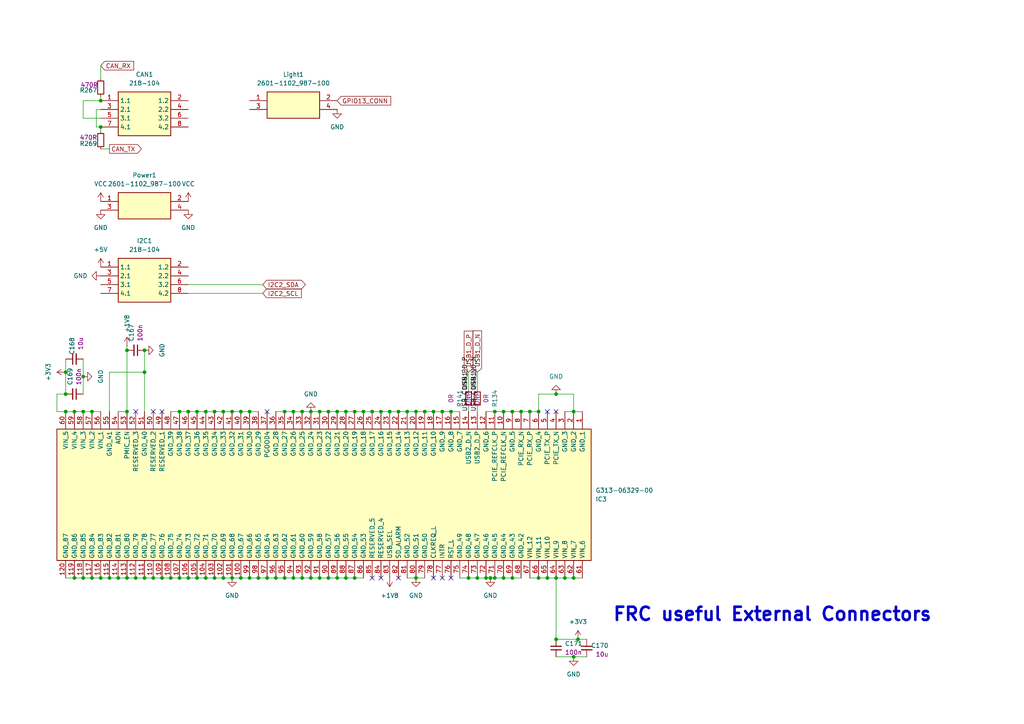
<source format=kicad_sch>
(kicad_sch (version 20231120) (generator "eeschema") (generator_version "8.0")
  (paper "A4")
  (lib_symbols
    (symbol "SamacSys_Parts:218-104"
      (property "Reference" "J" (at 21.59 7.62 0))
      (property "Value" "218-104" (at 21.59 5.08 0))
      (symbol "218-104_1_1"
        (rectangle (start 5.08 2.54) (end 20.32 -10.16) (stroke (width 0.254)) (fill (type background)))
        (pin passive line (at 0 0 0) (length 5.08) (name "1.1") (number "1"))
        (pin passive line (at 25.4 0 180) (length 5.08) (name "1.2") (number "2"))
        (pin passive line (at 0 -2.54 0) (length 5.08) (name "2.1") (number "3"))
        (pin passive line (at 25.4 -2.54 180) (length 5.08) (name "2.2") (number "4"))
        (pin passive line (at 0 -5.08 0) (length 5.08) (name "3.1") (number "5"))
        (pin passive line (at 25.4 -5.08 180) (length 5.08) (name "3.2") (number "6"))
        (pin passive line (at 0 -7.62 0) (length 5.08) (name "4.1") (number "7"))
        (pin passive line (at 25.4 -7.62 180) (length 5.08) (name "4.2") (number "8"))
      )
    )
    (symbol "SamacSys_Parts:2601-1102_987-100" (pin_names hide)
      (property "Reference" "J" (at 21.59 7.62 0))
      (property "Value" "2601-1102_987-100" (at 21.59 5.08 0))
      (symbol "2601-1102_987-100_1_1"
        (rectangle (start 5.08 2.54) (end 20.32 -5.08) (stroke (width 0.254)) (fill (type background)))
        (pin passive line (at 0 0 0) (length 5.08) (name "1.1") (number "1"))
        (pin passive line (at 25.4 0 180) (length 5.08) (name "1.2") (number "2"))
        (pin passive line (at 0 -2.54 0) (length 5.08) (name "2.1") (number "3"))
        (pin passive line (at 25.4 -2.54 180) (length 5.08) (name "2.2") (number "4"))
      )
    )
    (symbol "SamacSys_Parts:G313-06329-00"
      (property "Reference" "IC" (at 44.45 7.62 0))
      (property "Value" "G313-06329-00" (at 44.45 5.08 0))
      (symbol "G313-06329-00_1_1"
        (rectangle (start 5.08 2.54) (end 43.18 -152.4) (stroke (width 0.254)) (fill (type background)))
        (pin passive line (at 0 0 0) (length 5.08) (name "GND_1") (number "1"))
        (pin passive line (at 0 -22.86 0) (length 5.08) (name "PCIE_REFCLK_N") (number "10"))
        (pin passive line (at 48.26 -99.06 180) (length 5.08) (name "GND_67") (number "100"))
        (pin passive line (at 48.26 -101.6 180) (length 5.08) (name "GND_68") (number "101"))
        (pin passive line (at 48.26 -104.14 180) (length 5.08) (name "GND_69") (number "102"))
        (pin passive line (at 48.26 -106.68 180) (length 5.08) (name "GND_70") (number "103"))
        (pin passive line (at 48.26 -109.22 180) (length 5.08) (name "GND_71") (number "104"))
        (pin passive line (at 48.26 -111.76 180) (length 5.08) (name "GND_72") (number "105"))
        (pin passive line (at 48.26 -114.3 180) (length 5.08) (name "GND_73") (number "106"))
        (pin passive line (at 48.26 -116.84 180) (length 5.08) (name "GND_74") (number "107"))
        (pin passive line (at 48.26 -119.38 180) (length 5.08) (name "GND_75") (number "108"))
        (pin passive line (at 48.26 -121.92 180) (length 5.08) (name "GND_76") (number "109"))
        (pin passive line (at 0 -25.4 0) (length 5.08) (name "PCIE_REFCLK_P") (number "11"))
        (pin passive line (at 48.26 -124.46 180) (length 5.08) (name "GND_77") (number "110"))
        (pin passive line (at 48.26 -127 180) (length 5.08) (name "GND_78") (number "111"))
        (pin passive line (at 48.26 -129.54 180) (length 5.08) (name "GND_79") (number "112"))
        (pin passive line (at 48.26 -132.08 180) (length 5.08) (name "GND_80") (number "113"))
        (pin passive line (at 48.26 -134.62 180) (length 5.08) (name "GND_81") (number "114"))
        (pin passive line (at 48.26 -137.16 180) (length 5.08) (name "GND_82") (number "115"))
        (pin passive line (at 48.26 -139.7 180) (length 5.08) (name "GND_83") (number "116"))
        (pin passive line (at 48.26 -142.24 180) (length 5.08) (name "GND_84") (number "117"))
        (pin passive line (at 48.26 -144.78 180) (length 5.08) (name "GND_85") (number "118"))
        (pin passive line (at 48.26 -147.32 180) (length 5.08) (name "GND_86") (number "119"))
        (pin passive line (at 0 -27.94 0) (length 5.08) (name "GND_6") (number "12"))
        (pin passive line (at 48.26 -149.86 180) (length 5.08) (name "GND_87") (number "120"))
        (pin passive line (at 0 -30.48 0) (length 5.08) (name "USB2_D_P") (number "13"))
        (pin passive line (at 0 -33.02 0) (length 5.08) (name "USB2_D_N") (number "14"))
        (pin passive line (at 0 -35.56 0) (length 5.08) (name "GND_7") (number "15"))
        (pin passive line (at 0 -38.1 0) (length 5.08) (name "GND_8") (number "16"))
        (pin passive line (at 0 -40.64 0) (length 5.08) (name "GND_9") (number "17"))
        (pin passive line (at 0 -43.18 0) (length 5.08) (name "GND_10") (number "18"))
        (pin passive line (at 0 -45.72 0) (length 5.08) (name "GND_11") (number "19"))
        (pin passive line (at 0 -2.54 0) (length 5.08) (name "GND_2") (number "2"))
        (pin passive line (at 0 -48.26 0) (length 5.08) (name "GND_12") (number "20"))
        (pin passive line (at 0 -50.8 0) (length 5.08) (name "GND_13") (number "21"))
        (pin passive line (at 0 -53.34 0) (length 5.08) (name "GND_14") (number "22"))
        (pin passive line (at 0 -55.88 0) (length 5.08) (name "GND_15") (number "23"))
        (pin passive line (at 0 -58.42 0) (length 5.08) (name "GND_16") (number "24"))
        (pin passive line (at 0 -60.96 0) (length 5.08) (name "GND_17") (number "25"))
        (pin passive line (at 0 -63.5 0) (length 5.08) (name "GND_18") (number "26"))
        (pin passive line (at 0 -66.04 0) (length 5.08) (name "GND_19") (number "27"))
        (pin passive line (at 0 -68.58 0) (length 5.08) (name "GND_20") (number "28"))
        (pin passive line (at 0 -71.12 0) (length 5.08) (name "GND_21") (number "29"))
        (pin passive line (at 0 -5.08 0) (length 5.08) (name "GND_3") (number "3"))
        (pin passive line (at 0 -73.66 0) (length 5.08) (name "GND_22") (number "30"))
        (pin passive line (at 0 -76.2 0) (length 5.08) (name "GND_23") (number "31"))
        (pin passive line (at 0 -78.74 0) (length 5.08) (name "GND_24") (number "32"))
        (pin passive line (at 0 -81.28 0) (length 5.08) (name "GND_25") (number "33"))
        (pin passive line (at 0 -83.82 0) (length 5.08) (name "GND_26") (number "34"))
        (pin passive line (at 0 -86.36 0) (length 5.08) (name "GND_27") (number "35"))
        (pin passive line (at 0 -88.9 0) (length 5.08) (name "GND_28") (number "36"))
        (pin passive line (at 0 -91.44 0) (length 5.08) (name "PGOOD4") (number "37"))
        (pin passive line (at 0 -93.98 0) (length 5.08) (name "GND_29") (number "38"))
        (pin passive line (at 0 -96.52 0) (length 5.08) (name "GND_30") (number "39"))
        (pin passive line (at 0 -7.62 0) (length 5.08) (name "PCIE_TX_N") (number "4"))
        (pin passive line (at 0 -99.06 0) (length 5.08) (name "GND_31") (number "40"))
        (pin passive line (at 0 -101.6 0) (length 5.08) (name "GND_32") (number "41"))
        (pin passive line (at 0 -104.14 0) (length 5.08) (name "GND_33") (number "42"))
        (pin passive line (at 0 -106.68 0) (length 5.08) (name "GND_34") (number "43"))
        (pin passive line (at 0 -109.22 0) (length 5.08) (name "GND_35") (number "44"))
        (pin passive line (at 0 -111.76 0) (length 5.08) (name "GND_36") (number "45"))
        (pin passive line (at 0 -114.3 0) (length 5.08) (name "GND_37") (number "46"))
        (pin passive line (at 0 -116.84 0) (length 5.08) (name "GND_38") (number "47"))
        (pin passive line (at 0 -119.38 0) (length 5.08) (name "GND_39") (number "48"))
        (pin passive line (at 0 -121.92 0) (length 5.08) (name "RESERVED_1") (number "49"))
        (pin passive line (at 0 -10.16 0) (length 5.08) (name "PCIE_TX_P") (number "5"))
        (pin passive line (at 0 -124.46 0) (length 5.08) (name "RESERVED_2") (number "50"))
        (pin passive line (at 0 -127 0) (length 5.08) (name "GND_40") (number "51"))
        (pin passive line (at 0 -129.54 0) (length 5.08) (name "RESERVED_3") (number "52"))
        (pin passive line (at 0 -132.08 0) (length 5.08) (name "PMIC_EN") (number "53"))
        (pin passive line (at 0 -134.62 0) (length 5.08) (name "AON") (number "54"))
        (pin passive line (at 0 -137.16 0) (length 5.08) (name "GND_41") (number "55"))
        (pin passive line (at 0 -139.7 0) (length 5.08) (name "VIN_1") (number "56"))
        (pin passive line (at 0 -142.24 0) (length 5.08) (name "VIN_2") (number "57"))
        (pin passive line (at 0 -144.78 0) (length 5.08) (name "VIN_3") (number "58"))
        (pin passive line (at 0 -147.32 0) (length 5.08) (name "VIN_4") (number "59"))
        (pin passive line (at 0 -12.7 0) (length 5.08) (name "GND_4") (number "6"))
        (pin passive line (at 0 -149.86 0) (length 5.08) (name "VIN_5") (number "60"))
        (pin passive line (at 48.26 0 180) (length 5.08) (name "VIN_6") (number "61"))
        (pin passive line (at 48.26 -2.54 180) (length 5.08) (name "VIN_7") (number "62"))
        (pin passive line (at 48.26 -5.08 180) (length 5.08) (name "VIN_8") (number "63"))
        (pin passive line (at 48.26 -7.62 180) (length 5.08) (name "VIN_9") (number "64"))
        (pin passive line (at 48.26 -10.16 180) (length 5.08) (name "VIN_10") (number "65"))
        (pin passive line (at 48.26 -12.7 180) (length 5.08) (name "VIN_11") (number "66"))
        (pin passive line (at 48.26 -15.24 180) (length 5.08) (name "VIN_12") (number "67"))
        (pin passive line (at 48.26 -17.78 180) (length 5.08) (name "GND_42") (number "68"))
        (pin passive line (at 48.26 -20.32 180) (length 5.08) (name "GND_43") (number "69"))
        (pin passive line (at 0 -15.24 0) (length 5.08) (name "PCIE_RX_P") (number "7"))
        (pin passive line (at 48.26 -22.86 180) (length 5.08) (name "GND_44") (number "70"))
        (pin passive line (at 48.26 -25.4 180) (length 5.08) (name "GND_45") (number "71"))
        (pin passive line (at 48.26 -27.94 180) (length 5.08) (name "GND_46") (number "72"))
        (pin passive line (at 48.26 -30.48 180) (length 5.08) (name "GND_47") (number "73"))
        (pin passive line (at 48.26 -33.02 180) (length 5.08) (name "GND_48") (number "74"))
        (pin passive line (at 48.26 -35.56 180) (length 5.08) (name "GND_49") (number "75"))
        (pin passive line (at 48.26 -38.1 180) (length 5.08) (name "RST_L") (number "76"))
        (pin passive line (at 48.26 -40.64 180) (length 5.08) (name "INTR") (number "77"))
        (pin passive line (at 48.26 -43.18 180) (length 5.08) (name "CLKREQ_L") (number "78"))
        (pin passive line (at 48.26 -45.72 180) (length 5.08) (name "GND_50") (number "79"))
        (pin passive line (at 0 -17.78 0) (length 5.08) (name "PCIE_RX_N") (number "8"))
        (pin passive line (at 48.26 -48.26 180) (length 5.08) (name "GND_51") (number "80"))
        (pin passive line (at 48.26 -50.8 180) (length 5.08) (name "GND_52") (number "81"))
        (pin passive line (at 48.26 -53.34 180) (length 5.08) (name "SD_ALARM") (number "82"))
        (pin passive line (at 48.26 -55.88 180) (length 5.08) (name "USB_SEL") (number "83"))
        (pin passive line (at 48.26 -58.42 180) (length 5.08) (name "RESERVED_4") (number "84"))
        (pin passive line (at 48.26 -60.96 180) (length 5.08) (name "RESERVED_5") (number "85"))
        (pin passive line (at 48.26 -63.5 180) (length 5.08) (name "GND_53") (number "86"))
        (pin passive line (at 48.26 -66.04 180) (length 5.08) (name "GND_54") (number "87"))
        (pin passive line (at 48.26 -68.58 180) (length 5.08) (name "GND_55") (number "88"))
        (pin passive line (at 48.26 -71.12 180) (length 5.08) (name "GND_56") (number "89"))
        (pin passive line (at 0 -20.32 0) (length 5.08) (name "GND_5") (number "9"))
        (pin passive line (at 48.26 -73.66 180) (length 5.08) (name "GND_57") (number "90"))
        (pin passive line (at 48.26 -76.2 180) (length 5.08) (name "GND_58") (number "91"))
        (pin passive line (at 48.26 -78.74 180) (length 5.08) (name "GND_59") (number "92"))
        (pin passive line (at 48.26 -81.28 180) (length 5.08) (name "GND_60") (number "93"))
        (pin passive line (at 48.26 -83.82 180) (length 5.08) (name "GND_61") (number "94"))
        (pin passive line (at 48.26 -86.36 180) (length 5.08) (name "GND_62") (number "95"))
        (pin passive line (at 48.26 -88.9 180) (length 5.08) (name "GND_63") (number "96"))
        (pin passive line (at 48.26 -91.44 180) (length 5.08) (name "GND_64") (number "97"))
        (pin passive line (at 48.26 -93.98 180) (length 5.08) (name "GND_65") (number "98"))
        (pin passive line (at 48.26 -96.52 180) (length 5.08) (name "GND_66") (number "99"))
      )
    )
    (symbol "jetson-orin-baseboard:+3V3" (power) (pin_numbers hide) (pin_names hide)
      (property "Value" "+3V3" (at -3.175 2.54 0))
      (symbol "+3V3_0_1"
        (polyline (pts (xy 0 0) (xy 0 2.54)))
        (polyline (pts (xy 0 2.54) (xy -0.762 1.27)))
        (polyline (pts (xy 0 2.54) (xy 0.762 1.27)))
      )
      (symbol "+3V3_1_1"
        (pin power_in line (at 0 0 90) (length 0) hide (name "+3V3") (number "1"))
      )
    )
    (symbol "jetson-orin-baseboard:C_100n_0402" (pin_numbers hide) (pin_names hide)
      (property "Reference" "C" (at 20.32 -5.08 0))
      (property "Val" "100n" (at 20.32 -7.62 0))
      (symbol "C_100n_0402_0_1"
        (polyline (pts (xy 2.032 -1.524) (xy 2.032 1.524)) (stroke (width 0.3048)))
        (polyline (pts (xy 3.048 -1.524) (xy 3.048 1.524)) (stroke (width 0.3302)))
      )
      (symbol "C_100n_0402_1_1"
        (pin passive line (at 0 0 0) (length 2.032) (name "~") (number "1"))
        (pin passive line (at 5.08 0 180) (length 2.032) (name "~") (number "2"))
      )
    )
    (symbol "jetson-orin-baseboard:C_10u_0603" (pin_numbers hide) (pin_names hide)
      (property "Reference" "C" (at 20.32 -5.08 0))
      (property "Val" "10u" (at 20.32 -7.62 0))
      (symbol "C_10u_0603_0_1"
        (polyline (pts (xy 2.032 -1.524) (xy 2.032 1.524)) (stroke (width 0.3048)))
        (polyline (pts (xy 3.048 -1.524) (xy 3.048 1.524)) (stroke (width 0.3302)))
      )
      (symbol "C_10u_0603_1_1"
        (pin passive line (at 0 0 0) (length 2.032) (name "~") (number "1"))
        (pin passive line (at 5.08 0 180) (length 2.032) (name "~") (number "2"))
      )
    )
    (symbol "jetson-orin-baseboard:GND" (power) (pin_numbers hide) (pin_names hide)
      (property "Value" "GND" (at 8.89 -5.08 0))
      (symbol "GND_1_1"
        (polyline (pts (xy 0 0) (xy 0 -1.27) (xy 1.27 -1.27) (xy 0 -2.54) (xy -1.27 -1.27) (xy 0 -1.27)))
        (pin power_in line (at 0 0 270) (length 0) (name "GND") (number "1"))
      )
    )
    (symbol "jetson-orin-baseboard:R_0R_0402" (pin_numbers hide) (pin_names hide)
      (property "Reference" "R" (at 20.32 -5.08 0))
      (property "Val" "0R" (at 20.32 -7.62 0))
      (property "Current" "1A" (at 20.32 -30.48 0))
      (symbol "R_0R_0402_0_1"
        (rectangle (start 0.635 0.889) (end 4.445 -0.889) (stroke (width 0.254)))
      )
      (symbol "R_0R_0402_1_1"
        (pin passive line (at 0 0 0) (length 0.635) (name "~") (number "1"))
        (pin passive line (at 5.08 0 180) (length 0.635) (name "~") (number "2"))
      )
    )
    (symbol "jetson-orin-baseboard:R_470R_0402" (pin_numbers hide) (pin_names hide)
      (property "Reference" "R" (at 20.32 -5.08 0))
      (property "Val" "470R" (at 20.32 -7.62 0))
      (symbol "R_470R_0402_0_1"
        (rectangle (start 0.635 0.889) (end 4.445 -0.889) (stroke (width 0.254)))
      )
      (symbol "R_470R_0402_1_1"
        (pin passive line (at 0 0 0) (length 0.635) (name "~") (number "1"))
        (pin passive line (at 5.08 0 180) (length 0.635) (name "~") (number "2"))
      )
    )
    (symbol "jetson-orin-baseboard:VCC" (power) (pin_names (offset 0))
      (property "Value" "VCC" (at 0 3.81 0))
      (symbol "VCC_0_1"
        (polyline (pts (xy -0.762 1.27) (xy 0 2.54)))
        (polyline (pts (xy 0 0) (xy 0 2.54)))
        (polyline (pts (xy 0 2.54) (xy 0.762 1.27)))
      )
      (symbol "VCC_1_1"
        (pin power_in line (at 0 0 90) (length 0) hide (name "VCC") (number "1"))
      )
    )
    (symbol "power:+1V8" (power) (pin_numbers hide) (pin_names (offset 0) hide)
      (property "Value" "+1V8" (at 0 3.556 0))
      (symbol "+1V8_0_1"
        (polyline (pts (xy -0.762 1.27) (xy 0 2.54)))
        (polyline (pts (xy 0 0) (xy 0 2.54)))
        (polyline (pts (xy 0 2.54) (xy 0.762 1.27)))
      )
      (symbol "+1V8_1_1"
        (pin power_in line (at 0 0 90) (length 0) (name "~") (number "1"))
      )
    )
    (symbol "power:+5V" (power) (pin_numbers hide) (pin_names (offset 0) hide)
      (property "Value" "+5V" (at 0 3.556 0))
      (symbol "+5V_0_1"
        (polyline (pts (xy -0.762 1.27) (xy 0 2.54)))
        (polyline (pts (xy 0 0) (xy 0 2.54)))
        (polyline (pts (xy 0 2.54) (xy 0.762 1.27)))
      )
      (symbol "+5V_1_1"
        (pin power_in line (at 0 0 90) (length 0) (name "~") (number "1"))
      )
    )
    (symbol "power:GND" (power) (pin_numbers hide) (pin_names (offset 0) hide)
      (property "Value" "GND" (at 0 -3.81 0))
      (symbol "GND_0_1"
        (polyline (pts (xy 0 0) (xy 0 -1.27) (xy 1.27 -1.27) (xy 0 -2.54) (xy -1.27 -1.27) (xy 0 -1.27)))
      )
      (symbol "GND_1_1"
        (pin power_in line (at 0 0 270) (length 0) (name "~") (number "1"))
      )
    )
  )
  (junction (at 19.05 114.3))
  (junction (at 26.67 119.38))
  (junction (at 85.09 167.64))
  (junction (at 92.71 119.38))
  (junction (at 64.77 167.64))
  (junction (at 115.57 119.38))
  (junction (at 67.31 119.38))
  (junction (at 120.65 119.38))
  (junction (at 158.75 167.64))
  (junction (at 110.49 119.38))
  (junction (at 167.64 185.42))
  (junction (at 52.07 119.38))
  (junction (at 166.37 190.5))
  (junction (at 118.11 119.38))
  (junction (at 123.19 119.38))
  (junction (at 163.83 167.64))
  (junction (at 64.77 119.38))
  (junction (at 36.83 119.38))
  (junction (at 29.21 29.21))
  (junction (at 146.05 167.64))
  (junction (at 143.51 167.64))
  (junction (at 24.13 167.64))
  (junction (at 62.23 119.38))
  (junction (at 142.24 167.64))
  (junction (at 125.73 119.38))
  (junction (at 97.79 167.64))
  (junction (at 54.61 167.64))
  (junction (at 59.69 167.64))
  (junction (at 102.87 119.38))
  (junction (at 148.59 119.38))
  (junction (at 57.15 119.38))
  (junction (at 36.83 101.6))
  (junction (at 143.51 119.38))
  (junction (at 128.27 119.38))
  (junction (at 156.21 167.64))
  (junction (at 29.21 167.64))
  (junction (at 140.97 167.64))
  (junction (at 87.63 119.38))
  (junction (at 69.85 167.64))
  (junction (at 120.65 167.64))
  (junction (at 54.61 119.38))
  (junction (at 29.21 36.83))
  (junction (at 156.21 119.38))
  (junction (at 41.91 167.64))
  (junction (at 161.29 114.3))
  (junction (at 39.37 167.64))
  (junction (at 62.23 167.64))
  (junction (at 90.17 119.38))
  (junction (at 138.43 167.64))
  (junction (at 166.37 119.38))
  (junction (at 95.25 167.64))
  (junction (at 24.13 109.22))
  (junction (at 36.83 167.64))
  (junction (at 41.91 107.95))
  (junction (at 21.59 119.38))
  (junction (at 82.55 167.64))
  (junction (at 92.71 167.64))
  (junction (at 135.89 167.64))
  (junction (at 95.25 119.38))
  (junction (at 72.39 119.38))
  (junction (at 151.13 119.38))
  (junction (at 21.59 167.64))
  (junction (at 19.05 107.95))
  (junction (at 74.93 167.64))
  (junction (at 69.85 119.38))
  (junction (at 80.01 167.64))
  (junction (at 161.29 185.42))
  (junction (at 153.67 119.38))
  (junction (at 102.87 167.64))
  (junction (at 100.33 119.38))
  (junction (at 49.53 167.64))
  (junction (at 87.63 167.64))
  (junction (at 19.05 119.38))
  (junction (at 166.37 167.64))
  (junction (at 24.13 119.38))
  (junction (at 26.67 167.64))
  (junction (at 52.07 167.64))
  (junction (at 85.09 119.38))
  (junction (at 146.05 119.38))
  (junction (at 34.29 167.64))
  (junction (at 44.45 167.64))
  (junction (at 105.41 119.38))
  (junction (at 90.17 167.64))
  (junction (at 161.29 167.64))
  (junction (at 82.55 119.38))
  (junction (at 72.39 167.64))
  (junction (at 46.99 167.64))
  (junction (at 100.33 167.64))
  (junction (at 97.79 119.38))
  (junction (at 113.03 119.38))
  (junction (at 107.95 119.38))
  (junction (at 41.91 101.6))
  (junction (at 67.31 167.64))
  (junction (at 130.81 119.38))
  (junction (at 57.15 167.64))
  (junction (at 148.59 167.64))
  (junction (at 59.69 119.38))
  (junction (at 77.47 167.64))
  (junction (at 31.75 167.64))
  (no_connect (at 158.75 119.38))
  (no_connect (at 44.45 119.38))
  (no_connect (at 125.73 167.64))
  (no_connect (at 77.47 119.38))
  (no_connect (at 46.99 119.38))
  (no_connect (at 110.49 167.64))
  (no_connect (at 107.95 167.64))
  (no_connect (at 130.81 167.64))
  (no_connect (at 39.37 119.38))
  (no_connect (at 128.27 167.64))
  (no_connect (at 161.29 119.38))
  (no_connect (at 115.57 167.64))
  (wire (pts (xy 135.89 167.64) (xy 138.43 167.64)))
  (wire (pts (xy 166.37 190.5) (xy 170.18 190.5)))
  (wire (pts (xy 95.25 167.64) (xy 97.79 167.64)))
  (wire (pts (xy 27.94 36.83) (xy 29.21 36.83)))
  (wire (pts (xy 135.89 118.11) (xy 135.89 119.38)))
  (wire (pts (xy 69.85 167.64) (xy 72.39 167.64)))
  (wire (pts (xy 161.29 185.42) (xy 167.64 185.42)))
  (wire (pts (xy 64.77 167.64) (xy 67.31 167.64)))
  (wire (pts (xy 29.21 38.1) (xy 29.21 36.83)))
  (wire (pts (xy 77.47 167.64) (xy 80.01 167.64)))
  (wire (pts (xy 24.13 119.38) (xy 26.67 119.38)))
  (wire (pts (xy 54.61 85.09) (xy 76.2 85.09)))
  (wire (pts (xy 34.29 119.38) (xy 36.83 119.38)))
  (wire (pts (xy 166.37 167.64) (xy 168.91 167.64)))
  (wire (pts (xy 24.13 167.64) (xy 26.67 167.64)))
  (wire (pts (xy 156.21 167.64) (xy 158.75 167.64)))
  (wire (pts (xy 146.05 167.64) (xy 148.59 167.64)))
  (wire (pts (xy 67.31 119.38) (xy 69.85 119.38)))
  (wire (pts (xy 80.01 119.38) (xy 82.55 119.38)))
  (wire (pts (xy 72.39 119.38) (xy 74.93 119.38)))
  (wire (pts (xy 151.13 119.38) (xy 153.67 119.38)))
  (wire (pts (xy 19.05 119.38) (xy 21.59 119.38)))
  (wire (pts (xy 138.43 167.64) (xy 140.97 167.64)))
  (wire (pts (xy 24.13 109.22) (xy 24.13 104.14)))
  (wire (pts (xy 118.11 167.64) (xy 120.65 167.64)))
  (wire (pts (xy 87.63 119.38) (xy 90.17 119.38)))
  (wire (pts (xy 130.81 119.38) (xy 133.35 119.38)))
  (wire (pts (xy 36.83 100.33) (xy 36.83 101.6)))
  (wire (pts (xy 41.91 101.6) (xy 41.91 107.95)))
  (wire (pts (xy 39.37 167.64) (xy 41.91 167.64)))
  (wire (pts (xy 143.51 167.64) (xy 146.05 167.64)))
  (wire (pts (xy 166.37 114.3) (xy 166.37 119.38)))
  (wire (pts (xy 167.64 185.42) (xy 170.18 185.42)))
  (wire (pts (xy 100.33 119.38) (xy 102.87 119.38)))
  (wire (pts (xy 120.65 167.64) (xy 123.19 167.64)))
  (wire (pts (xy 161.29 167.64) (xy 161.29 185.42)))
  (wire (pts (xy 85.09 119.38) (xy 87.63 119.38)))
  (wire (pts (xy 59.69 119.38) (xy 62.23 119.38)))
  (wire (pts (xy 133.35 167.64) (xy 135.89 167.64)))
  (wire (pts (xy 26.67 167.64) (xy 29.21 167.64)))
  (wire (pts (xy 49.53 119.38) (xy 52.07 119.38)))
  (wire (pts (xy 87.63 167.64) (xy 90.17 167.64)))
  (wire (pts (xy 26.67 119.38) (xy 29.21 119.38)))
  (wire (pts (xy 80.01 167.64) (xy 82.55 167.64)))
  (wire (pts (xy 153.67 167.64) (xy 156.21 167.64)))
  (wire (pts (xy 166.37 119.38) (xy 168.91 119.38)))
  (wire (pts (xy 113.03 119.38) (xy 115.57 119.38)))
  (wire (pts (xy 105.41 119.38) (xy 107.95 119.38)))
  (wire (pts (xy 161.29 190.5) (xy 166.37 190.5)))
  (wire (pts (xy 62.23 119.38) (xy 64.77 119.38)))
  (wire (pts (xy 153.67 119.38) (xy 156.21 119.38)))
  (wire (pts (xy 36.83 167.64) (xy 39.37 167.64)))
  (wire (pts (xy 59.69 167.64) (xy 62.23 167.64)))
  (wire (pts (xy 90.17 167.64) (xy 92.71 167.64)))
  (wire (pts (xy 19.05 167.64) (xy 21.59 167.64)))
  (wire (pts (xy 115.57 119.38) (xy 118.11 119.38)))
  (wire (pts (xy 163.83 119.38) (xy 166.37 119.38)))
  (wire (pts (xy 140.97 167.64) (xy 142.24 167.64)))
  (wire (pts (xy 52.07 167.64) (xy 54.61 167.64)))
  (wire (pts (xy 24.13 34.29) (xy 29.21 34.29)))
  (wire (pts (xy 57.15 119.38) (xy 59.69 119.38)))
  (wire (pts (xy 69.85 119.38) (xy 72.39 119.38)))
  (wire (pts (xy 31.75 107.95) (xy 31.75 119.38)))
  (wire (pts (xy 138.43 107.95) (xy 138.43 113.03)))
  (wire (pts (xy 90.17 119.38) (xy 92.71 119.38)))
  (wire (pts (xy 82.55 119.38) (xy 85.09 119.38)))
  (wire (pts (xy 148.59 119.38) (xy 151.13 119.38)))
  (wire (pts (xy 41.91 167.64) (xy 44.45 167.64)))
  (wire (pts (xy 143.51 119.38) (xy 146.05 119.38)))
  (wire (pts (xy 125.73 119.38) (xy 128.27 119.38)))
  (wire (pts (xy 29.21 31.75) (xy 27.94 31.75)))
  (wire (pts (xy 24.13 29.21) (xy 24.13 34.29)))
  (wire (pts (xy 92.71 167.64) (xy 95.25 167.64)))
  (wire (pts (xy 95.25 119.38) (xy 97.79 119.38)))
  (wire (pts (xy 123.19 119.38) (xy 125.73 119.38)))
  (wire (pts (xy 34.29 167.64) (xy 36.83 167.64)))
  (wire (pts (xy 156.21 114.3) (xy 156.21 119.38)))
  (wire (pts (xy 97.79 119.38) (xy 100.33 119.38)))
  (wire (pts (xy 161.29 167.64) (xy 163.83 167.64)))
  (wire (pts (xy 16.51 119.38) (xy 19.05 119.38)))
  (wire (pts (xy 19.05 114.3) (xy 19.05 107.95)))
  (wire (pts (xy 46.99 167.64) (xy 49.53 167.64)))
  (wire (pts (xy 31.75 43.18) (xy 29.21 43.18)))
  (wire (pts (xy 29.21 22.86) (xy 29.21 19.05)))
  (wire (pts (xy 41.91 107.95) (xy 41.91 119.38)))
  (wire (pts (xy 16.51 114.3) (xy 16.51 119.38)))
  (wire (pts (xy 52.07 119.38) (xy 54.61 119.38)))
  (wire (pts (xy 54.61 167.64) (xy 57.15 167.64)))
  (wire (pts (xy 64.77 119.38) (xy 67.31 119.38)))
  (wire (pts (xy 120.65 119.38) (xy 123.19 119.38)))
  (wire (pts (xy 102.87 167.64) (xy 105.41 167.64)))
  (wire (pts (xy 31.75 167.64) (xy 34.29 167.64)))
  (wire (pts (xy 97.79 167.64) (xy 100.33 167.64)))
  (wire (pts (xy 21.59 119.38) (xy 24.13 119.38)))
  (wire (pts (xy 107.95 119.38) (xy 110.49 119.38)))
  (wire (pts (xy 142.24 167.64) (xy 143.51 167.64)))
  (wire (pts (xy 148.59 167.64) (xy 151.13 167.64)))
  (wire (pts (xy 54.61 82.55) (xy 76.2 82.55)))
  (wire (pts (xy 158.75 167.64) (xy 161.29 167.64)))
  (wire (pts (xy 67.31 167.64) (xy 69.85 167.64)))
  (wire (pts (xy 49.53 167.64) (xy 52.07 167.64)))
  (wire (pts (xy 161.29 114.3) (xy 166.37 114.3)))
  (wire (pts (xy 29.21 29.21) (xy 24.13 29.21)))
  (wire (pts (xy 163.83 167.64) (xy 166.37 167.64)))
  (wire (pts (xy 135.89 107.95) (xy 135.89 113.03)))
  (wire (pts (xy 41.91 107.95) (xy 31.75 107.95)))
  (wire (pts (xy 36.83 101.6) (xy 36.83 119.38)))
  (wire (pts (xy 118.11 119.38) (xy 120.65 119.38)))
  (wire (pts (xy 156.21 114.3) (xy 161.29 114.3)))
  (wire (pts (xy 57.15 167.64) (xy 59.69 167.64)))
  (wire (pts (xy 19.05 107.95) (xy 19.05 104.14)))
  (wire (pts (xy 29.21 27.94) (xy 29.21 29.21)))
  (wire (pts (xy 74.93 167.64) (xy 77.47 167.64)))
  (wire (pts (xy 128.27 119.38) (xy 130.81 119.38)))
  (wire (pts (xy 29.21 167.64) (xy 31.75 167.64)))
  (wire (pts (xy 140.97 119.38) (xy 143.51 119.38)))
  (wire (pts (xy 146.05 119.38) (xy 148.59 119.38)))
  (wire (pts (xy 102.87 119.38) (xy 105.41 119.38)))
  (wire (pts (xy 21.59 167.64) (xy 24.13 167.64)))
  (wire (pts (xy 110.49 119.38) (xy 113.03 119.38)))
  (wire (pts (xy 62.23 167.64) (xy 64.77 167.64)))
  (wire (pts (xy 85.09 167.64) (xy 87.63 167.64)))
  (wire (pts (xy 24.13 114.3) (xy 24.13 109.22)))
  (wire (pts (xy 27.94 31.75) (xy 27.94 36.83)))
  (wire (pts (xy 92.71 119.38) (xy 95.25 119.38)))
  (wire (pts (xy 82.55 167.64) (xy 85.09 167.64)))
  (wire (pts (xy 44.45 167.64) (xy 46.99 167.64)))
  (wire (pts (xy 138.43 118.11) (xy 138.43 119.38)))
  (wire (pts (xy 16.51 114.3) (xy 19.05 114.3)))
  (wire (pts (xy 72.39 167.64) (xy 74.93 167.64)))
  (wire (pts (xy 100.33 167.64) (xy 102.87 167.64)))
  (wire (pts (xy 54.61 119.38) (xy 57.15 119.38)))
  (text "FRC useful External Connectors" (at 224.028 178.308 0) (effects (font (size 3.81 3.81) (thickness 0.762) (bold yes))))
  (label "USB1_D_N" (at 138.43 113.03 90))
  (label "USB_CONN_P" (at 135.89 119.38 90))
  (label "USB_CONN_N" (at 138.43 119.38 90))
  (label "USB1_D_P" (at 135.89 113.03 90))
  (global_label "CAN_RX" (shape input) (at 29.21 19.05 0) (property "Intersheetrefs" "${INTERSHEET_REFS}" (at 43.18 19.05 0) (effects (justify left))))
  (global_label "I2C2_SDA" (shape bidirectional) (at 76.2 82.55 0) (property "Intersheetrefs" "${INTERSHEET_REFS}" (at 90.17 82.55 0) (effects (justify left))))
  (global_label "CAN_TX" (shape output) (at 31.75 43.18 0) (property "Intersheetrefs" "${INTERSHEET_REFS}" (at 45.72 43.18 0) (effects (justify left))))
  (global_label "USB1_D_N" (shape input) (at 138.43 107.95 90) (property "Intersheetrefs" "${INTERSHEET_REFS}" (at 138.43 92.075 90) (effects (justify left))))
  (global_label "USB1_D_P" (shape input) (at 135.89 107.95 90) (property "Intersheetrefs" "${INTERSHEET_REFS}" (at 135.89 92.075 90) (effects (justify left))))
  (global_label "GPIO13_CONN" (shape input) (at 97.79 29.21 0) (property "Intersheetrefs" "${INTERSHEET_REFS}" (at 113.8986 29.21 0) (effects (justify left))))
  (global_label "I2C2_SCL" (shape input) (at 76.2 85.09 0) (property "Intersheetrefs" "${INTERSHEET_REFS}" (at 90.17 85.09 0) (effects (justify left))))
  (symbol (lib_id "power:GND") (at 29.21 80.01 270) (unit 1)
    (property "Reference" "#PWR0107" (effects (hide yes)))
    (property "Value" "GND" (at 25.4 80.0099 90) (effects (justify right)))
    (property "Description" "Power symbol creates a global label with name \"GND\" , ground" (effects (hide yes)))
  )
  (symbol (lib_id "jetson-orin-baseboard:C_100n_0402") (at 41.91 101.6 180) (unit 1)
    (property "Reference" "C167" (at 38.0935 99.06 90) (effects (justify right)))
    (property "Value" "C_100n_0402" (effects (hide yes)))
    (property "Footprint" "jetson-orin-baseboard-footprints:C_0402_1005Metric" (effects (hide yes)))
    (property "Datasheet" "https://search.murata.co.jp/Ceramy/image/img/A01X/G101/ENG/GRM155R61H104KE14-01.pdf" (effects (hide yes)))
    (property "Manufacturer" "Murata" (effects (hide yes)))
    (property "MPN" "GRM155R61H104KE14D" (effects (hide yes)))
    (property "Val" "100n" (at 40.6335 99.06 90) (effects (justify right)))
    (property "License" "Apache-2.0" (effects (hide yes)))
    (property "Author" "Antmicro" (effects (hide yes)))
    (property "Voltage" "50V" (effects (hide yes)))
    (property "Dielectric" "X5R" (effects (hide yes)))
  )
  (symbol (lib_id "jetson-orin-baseboard:GND") (at 29.21 60.96 0) (unit 1)
    (property "Reference" "#PWR087" (effects (hide yes)))
    (property "Value" "GND" (at 29.21 66.04 0))
    (property "Author" "Antmicro" (effects (hide yes)))
    (property "License" "Apache-2.0" (effects (hide yes)))
  )
  (symbol (lib_id "jetson-orin-baseboard:C_10u_0603") (at 170.18 185.42 90) (mirror x) (unit 1)
    (property "Reference" "C170" (at 176.53 187.96 90) (effects (justify left bottom)))
    (property "Value" "C_10u_0603" (effects (hide yes)))
    (property "Footprint" "jetson-orin-baseboard-footprints:C_0603_1608Metric" (effects (hide yes)))
    (property "Datasheet" " " (effects (hide yes)))
    (property "Manufacturer" "Murata" (effects (hide yes)))
    (property "MPN" "GRM188R61A106KE69D" (effects (hide yes)))
    (property "Val" "10u" (at 176.53 190.5 90) (effects (justify left bottom)))
    (property "License" "Apache-2.0" (effects (hide yes)))
    (property "Author" "Antmicro" (effects (hide yes)))
  )
  (symbol (lib_id "jetson-orin-baseboard:R_0R_0402") (at 138.43 118.11 270) (mirror x) (unit 1) (in_bom no)
    (property "Reference" "R134" (at 143.51 115.57 0))
    (property "Value" "R_0R_0402" (effects (hide yes)))
    (property "Footprint" "jetson-orin-baseboard-footprints:R_0402_1005Metric" (effects (hide yes)))
    (property "Description" "0R resistor in 0402 package with unspecified tolerance" (effects (hide yes)))
    (property "Manufacturer" "Panasonic" (effects (hide yes)))
    (property "MPN" "ERJ2GE0R00X" (effects (hide yes)))
    (property "Val" "0R" (at 140.97 115.57 0))
    (property "DNP" "DNP" (at 138.43 115.57 0))
    (property "License" "Apache-2.0" (effects (hide yes)))
    (property "Author" "Antmicro" (effects (hide yes)))
    (property "Current" "1A" (effects (hide yes)))
  )
  (symbol (lib_id "power:GND") (at 67.31 167.64 0) (unit 1)
    (property "Reference" "#PWR0381" (effects (hide yes)))
    (property "Value" "GND" (at 67.31 172.72 0))
    (property "Description" "Power symbol creates a global label with name \"GND\" , ground" (effects (hide yes)))
  )
  (symbol (lib_id "jetson-orin-baseboard:R_0R_0402") (at 135.89 118.11 90) (unit 1) (in_bom no)
    (property "Reference" "R141" (at 133.35 115.57 0))
    (property "Value" "R_0R_0402" (effects (hide yes)))
    (property "Footprint" "jetson-orin-baseboard-footprints:R_0402_1005Metric" (effects (hide yes)))
    (property "Description" "0R resistor in 0402 package with unspecified tolerance" (effects (hide yes)))
    (property "Manufacturer" "Panasonic" (effects (hide yes)))
    (property "MPN" "ERJ2GE0R00X" (effects (hide yes)))
    (property "Val" "0R" (at 130.81 115.57 0))
    (property "DNP" "DNP" (at 135.89 115.57 0))
    (property "License" "Apache-2.0" (effects (hide yes)))
    (property "Author" "Antmicro" (effects (hide yes)))
    (property "Current" "1A" (effects (hide yes)))
  )
  (symbol (lib_id "jetson-orin-baseboard:+3V3") (at 167.64 185.42 0) (unit 1)
    (property "Reference" "#PWR0387" (effects (hide yes)))
    (property "Value" "+3V3" (at 167.64 180.34 0))
    (property "Author" "Antmicro" (effects (hide yes)))
    (property "License" "Apache-2.0" (effects (hide yes)))
  )
  (symbol (lib_id "power:GND") (at 142.24 167.64 0) (unit 1)
    (property "Reference" "#PWR0379" (effects (hide yes)))
    (property "Value" "GND" (at 142.24 172.72 0))
    (property "Description" "Power symbol creates a global label with name \"GND\" , ground" (effects (hide yes)))
  )
  (symbol (lib_id "power:GND") (at 166.37 190.5 0) (unit 1)
    (property "Reference" "#PWR0388" (effects (hide yes)))
    (property "Value" "GND" (at 166.37 195.58 0))
    (property "Description" "Power symbol creates a global label with name \"GND\" , ground" (effects (hide yes)))
  )
  (symbol (lib_id "power:+1V8") (at 36.83 100.33 0) (unit 1)
    (property "Reference" "#PWR0384" (effects (hide yes)))
    (property "Value" "+1V8" (at 36.8299 96.52 90) (effects (justify left)))
    (property "Description" "Power symbol creates a global label with name \"+1V8\"" (effects (hide yes)))
  )
  (symbol (lib_id "power:+1V8") (at 113.03 167.64 180) (unit 1)
    (property "Reference" "#PWR0389" (effects (hide yes)))
    (property "Value" "+1V8" (at 113.03 172.72 0))
    (property "Description" "Power symbol creates a global label with name \"+1V8\"" (effects (hide yes)))
  )
  (symbol (lib_id "jetson-orin-baseboard:VCC") (at 29.21 58.42 0) (unit 1)
    (property "Reference" "#PWR081" (effects (hide yes)))
    (property "Value" "VCC" (at 29.21 53.34 0))
  )
  (symbol (lib_id "power:GND") (at 120.65 167.64 0) (unit 1)
    (property "Reference" "#PWR0380" (effects (hide yes)))
    (property "Value" "GND" (at 120.65 172.72 0))
    (property "Description" "Power symbol creates a global label with name \"GND\" , ground" (effects (hide yes)))
  )
  (symbol (lib_id "jetson-orin-baseboard:GND") (at 97.79 31.75 0) (unit 1)
    (property "Reference" "#PWR0390" (effects (hide yes)))
    (property "Value" "GND" (at 97.79 36.83 0))
    (property "Author" "Antmicro" (effects (hide yes)))
    (property "License" "Apache-2.0" (effects (hide yes)))
  )
  (symbol (lib_id "power:+5V") (at 29.21 77.47 0) (unit 1)
    (property "Reference" "#PWR0100" (effects (hide yes)))
    (property "Value" "+5V" (at 29.21 72.39 0))
    (property "Description" "Power symbol creates a global label with name \"+5V\"" (effects (hide yes)))
  )
  (symbol (lib_id "jetson-orin-baseboard:VCC") (at 54.61 58.42 0) (unit 1)
    (property "Reference" "#PWR091" (effects (hide yes)))
    (property "Value" "VCC" (at 54.61 53.34 0))
  )
  (symbol (lib_id "SamacSys_Parts:G313-06329-00") (at 168.91 119.38 270) (unit 1)
    (property "Reference" "IC3" (at 172.72 144.7801 90) (effects (justify left)))
    (property "Value" "G313-06329-00" (at 172.72 142.2401 90) (effects (justify left)))
    (property "Footprint" "G3130632900" (effects (hide yes)))
    (property "Datasheet" "https://coral.ai/static/files/Coral-Accelerator-Module-datasheet.pdf" (effects (hide yes)))
    (property "Description" "Accelerator Module" (effects (hide yes)))
    (property "Height" "1.5" (effects (hide yes)))
    (property "Manufacturer_Name" "Coral" (effects (hide yes)))
    (property "Manufacturer_Part_Number" "G313-06329-00" (effects (hide yes)))
    (property "Mouser Part Number" "212-G313-06329-00" (effects (hide yes)))
    (property "Mouser Price/Stock" "https://www.mouser.co.uk/ProductDetail/Coral/G313-06329-00?qs=W%2FMpXkg%252BdQ5zuYI97qPDGQ%3D%3D" (effects (hide yes)))
  )
  (symbol (lib_id "jetson-orin-baseboard:R_470R_0402") (at 29.21 22.86 270) (unit 1)
    (property "Reference" "R267" (at 25.654 26.162 90))
    (property "Value" "R_470R_0402" (effects (hide yes)))
    (property "Footprint" "jetson-orin-baseboard-footprints:R_0402_1005Metric" (effects (hide yes)))
    (property "Datasheet" "https://www.bourns.com/docs/product-datasheets/cr.pdf" (effects (hide yes)))
    (property "Manufacturer" "Bourns" (effects (hide yes)))
    (property "MPN" "CR0402-FX-4700GLF" (effects (hide yes)))
    (property "Val" "470R" (at 25.908 24.638 90))
    (property "License" "Apache-2.0" (effects (hide yes)))
    (property "Author" "Antmicro" (effects (hide yes)))
    (property "Tolerance" "1%" (effects (hide yes)))
  )
  (symbol (lib_id "SamacSys_Parts:218-104") (at 29.21 29.21 0) (unit 1)
    (property "Reference" "CAN1" (at 41.91 21.59 0))
    (property "Value" "218-104" (at 41.91 24.13 0))
    (property "Footprint" "jetson-orin-baseboard-footprints:218104" (effects (hide yes)))
    (property "Datasheet" "https://componentsearchengine.com/Datasheets/2/218-104.pdf" (effects (hide yes)))
    (property "Description" "TERMINAL BLOCK, PCB, 4 POSITION, 28-20AWG; Pitch Spacing:2.54mm; No. of Positions:4Positions; Wire Size AWG Min:28AWG; Wire Size AWG Max:20AWG; Conductor Area CSA:0.5mm; Wire Connection Method:Clamp; Rated Current:6A RoHS Compliant: Yes (Alternate Part Number: 4044918877664" (effects (hide yes)))
    (property "Height" "8.1" (effects (hide yes)))
    (property "Manufacturer_Name" "Wago" (effects (hide yes)))
    (property "Manufacturer_Part_Number" "218-104" (effects (hide yes)))
    (property "Arrow Part Number" "218-104" (effects (hide yes)))
    (property "Arrow Price/Stock" "https://www.arrow.com/en/products/218-104/wago-kontakttechnik-gmbh?region=nac" (effects (hide yes)))
  )
  (symbol (lib_id "jetson-orin-baseboard:+3V3") (at 19.05 107.95 90) (unit 1)
    (property "Reference" "#PWR0385" (effects (hide yes)))
    (property "Value" "+3V3" (at 13.97 107.95 0))
    (property "Author" "Antmicro" (effects (hide yes)))
    (property "License" "Apache-2.0" (effects (hide yes)))
  )
  (symbol (lib_id "power:GND") (at 24.13 109.22 90) (unit 1)
    (property "Reference" "#PWR0386" (effects (hide yes)))
    (property "Value" "GND" (at 29.21 109.22 0))
    (property "Description" "Power symbol creates a global label with name \"GND\" , ground" (effects (hide yes)))
  )
  (symbol (lib_id "power:GND") (at 90.17 119.38 180) (unit 1)
    (property "Reference" "#PWR0382" (effects (hide yes)))
    (property "Value" "GND" (at 90.17 114.3 0))
    (property "Description" "Power symbol creates a global label with name \"GND\" , ground" (effects (hide yes)))
  )
  (symbol (lib_id "SamacSys_Parts:2601-1102_987-100") (at 72.39 29.21 0) (unit 1)
    (property "Reference" "Light1" (at 85.09 21.59 0))
    (property "Value" "2601-1102_987-100" (at 85.09 24.13 0))
    (property "Footprint" "jetson-orin-baseboard-footprints:26011102" (effects (hide yes)))
    (property "Datasheet" "https://www.wago.com/2601-1102/987-100" (effects (hide yes)))
    (property "Description" "PCB terminal block; lever; 1.5 mm; Pin spacing 3.5 mm; 2-pole; Push-in CAGE CLAMP; 1,50 mm; gray" (effects (hide yes)))
    (property "Height" "12.75" (effects (hide yes)))
    (property "Manufacturer_Name" "Wago" (effects (hide yes)))
    (property "Manufacturer_Part_Number" "2601-1102/987-100" (effects (hide yes)))
  )
  (symbol (lib_id "SamacSys_Parts:218-104") (at 29.21 77.47 0) (unit 1)
    (property "Reference" "I2C1" (at 41.91 69.85 0))
    (property "Value" "218-104" (at 41.91 72.39 0))
    (property "Footprint" "jetson-orin-baseboard-footprints:218104" (effects (hide yes)))
    (property "Datasheet" "https://componentsearchengine.com/Datasheets/2/218-104.pdf" (effects (hide yes)))
    (property "Description" "TERMINAL BLOCK, PCB, 4 POSITION, 28-20AWG; Pitch Spacing:2.54mm; No. of Positions:4Positions; Wire Size AWG Min:28AWG; Wire Size AWG Max:20AWG; Conductor Area CSA:0.5mm; Wire Connection Method:Clamp; Rated Current:6A RoHS Compliant: Yes (Alternate Part Number: 4044918877664" (effects (hide yes)))
    (property "Height" "8.1" (effects (hide yes)))
    (property "Manufacturer_Name" "Wago" (effects (hide yes)))
    (property "Manufacturer_Part_Number" "218-104" (effects (hide yes)))
    (property "Arrow Part Number" "218-104" (effects (hide yes)))
    (property "Arrow Price/Stock" "https://www.arrow.com/en/products/218-104/wago-kontakttechnik-gmbh?region=nac" (effects (hide yes)))
  )
  (symbol (lib_id "jetson-orin-baseboard:C_100n_0402") (at 161.29 190.5 90) (unit 1)
    (property "Reference" "C171" (at 163.83 186.6835 90) (effects (justify right)))
    (property "Value" "C_100n_0402" (effects (hide yes)))
    (property "Footprint" "jetson-orin-baseboard-footprints:C_0402_1005Metric" (effects (hide yes)))
    (property "Datasheet" "https://search.murata.co.jp/Ceramy/image/img/A01X/G101/ENG/GRM155R61H104KE14-01.pdf" (effects (hide yes)))
    (property "Manufacturer" "Murata" (effects (hide yes)))
    (property "MPN" "GRM155R61H104KE14D" (effects (hide yes)))
    (property "Val" "100n" (at 163.83 189.2235 90) (effects (justify right)))
    (property "License" "Apache-2.0" (effects (hide yes)))
    (property "Author" "Antmicro" (effects (hide yes)))
    (property "Voltage" "50V" (effects (hide yes)))
    (property "Dielectric" "X5R" (effects (hide yes)))
  )
  (symbol (lib_id "jetson-orin-baseboard:C_100n_0402") (at 24.13 114.3 180) (unit 1)
    (property "Reference" "C169" (at 20.3135 111.76 90) (effects (justify right)))
    (property "Value" "C_100n_0402" (effects (hide yes)))
    (property "Footprint" "jetson-orin-baseboard-footprints:C_0402_1005Metric" (effects (hide yes)))
    (property "Datasheet" "https://search.murata.co.jp/Ceramy/image/img/A01X/G101/ENG/GRM155R61H104KE14-01.pdf" (effects (hide yes)))
    (property "Manufacturer" "Murata" (effects (hide yes)))
    (property "MPN" "GRM155R61H104KE14D" (effects (hide yes)))
    (property "Val" "100n" (at 22.8535 111.76 90) (effects (justify right)))
    (property "License" "Apache-2.0" (effects (hide yes)))
    (property "Author" "Antmicro" (effects (hide yes)))
    (property "Voltage" "50V" (effects (hide yes)))
    (property "Dielectric" "X5R" (effects (hide yes)))
  )
  (symbol (lib_id "SamacSys_Parts:2601-1102_987-100") (at 29.21 58.42 0) (unit 1)
    (property "Reference" "Power1" (at 41.91 50.8 0))
    (property "Value" "2601-1102_987-100" (at 41.91 53.34 0))
    (property "Footprint" "jetson-orin-baseboard-footprints:26011102" (effects (hide yes)))
    (property "Datasheet" "https://www.wago.com/2601-1102/987-100" (effects (hide yes)))
    (property "Description" "PCB terminal block; lever; 1.5 mm; Pin spacing 3.5 mm; 2-pole; Push-in CAGE CLAMP; 1,50 mm; gray" (effects (hide yes)))
    (property "Height" "12.75" (effects (hide yes)))
    (property "Manufacturer_Name" "Wago" (effects (hide yes)))
    (property "Manufacturer_Part_Number" "2601-1102/987-100" (effects (hide yes)))
  )
  (symbol (lib_id "jetson-orin-baseboard:C_10u_0603") (at 19.05 104.14 0) (mirror x) (unit 1)
    (property "Reference" "C168" (at 21.59 97.79 90) (effects (justify left bottom)))
    (property "Value" "C_10u_0603" (effects (hide yes)))
    (property "Footprint" "jetson-orin-baseboard-footprints:C_0603_1608Metric" (effects (hide yes)))
    (property "Datasheet" " " (effects (hide yes)))
    (property "Manufacturer" "Murata" (effects (hide yes)))
    (property "MPN" "GRM188R61A106KE69D" (effects (hide yes)))
    (property "Val" "10u" (at 24.13 97.79 90) (effects (justify left bottom)))
    (property "License" "Apache-2.0" (effects (hide yes)))
    (property "Author" "Antmicro" (effects (hide yes)))
  )
  (symbol (lib_id "jetson-orin-baseboard:GND") (at 54.61 60.96 0) (unit 1)
    (property "Reference" "#PWR094" (effects (hide yes)))
    (property "Value" "GND" (at 54.61 66.04 0))
    (property "Author" "Antmicro" (effects (hide yes)))
    (property "License" "Apache-2.0" (effects (hide yes)))
  )
  (symbol (lib_id "power:GND") (at 41.91 101.6 90) (unit 1)
    (property "Reference" "#PWR0383" (effects (hide yes)))
    (property "Value" "GND" (at 46.99 101.6 0))
    (property "Description" "Power symbol creates a global label with name \"GND\" , ground" (effects (hide yes)))
  )
  (symbol (lib_id "power:GND") (at 161.29 114.3 180) (unit 1)
    (property "Reference" "#PWR0378" (effects (hide yes)))
    (property "Value" "GND" (at 161.29 109.22 0))
    (property "Description" "Power symbol creates a global label with name \"GND\" , ground" (effects (hide yes)))
  )
  (symbol (lib_id "jetson-orin-baseboard:R_470R_0402") (at 29.21 43.18 90) (unit 1)
    (property "Reference" "R269" (at 25.654 41.656 90))
    (property "Value" "R_470R_0402" (effects (hide yes)))
    (property "Footprint" "jetson-orin-baseboard-footprints:R_0402_1005Metric" (effects (hide yes)))
    (property "Datasheet" "https://www.bourns.com/docs/product-datasheets/cr.pdf" (effects (hide yes)))
    (property "Manufacturer" "Bourns" (effects (hide yes)))
    (property "MPN" "CR0402-FX-4700GLF" (effects (hide yes)))
    (property "Val" "470R" (at 25.654 39.878 90))
    (property "License" "Apache-2.0" (effects (hide yes)))
    (property "Author" "Antmicro" (effects (hide yes)))
    (property "Tolerance" "1%" (effects (hide yes)))
  )
)
</source>
